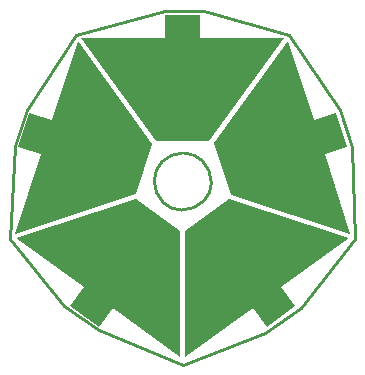
<source format=gtl>
%FSLAX25Y25*%
%MOIN*%
G70*
G01*
G75*
G04 Layer_Physical_Order=1*
G04 Layer_Color=255*
%ADD10C,0.01000*%
G36*
X449890Y278665D02*
X427371Y262304D01*
X431999Y255934D01*
X422444Y248991D01*
X417816Y255362D01*
X395211Y238939D01*
X395291Y280872D01*
X410063Y291604D01*
X449890Y278665D01*
D02*
G37*
G36*
X393702Y280923D02*
X393703Y239001D01*
X371184Y255362D01*
X366556Y248991D01*
X357001Y255934D01*
X361629Y262304D01*
X339025Y278727D01*
X378974Y291623D01*
X393702Y280923D01*
D02*
G37*
G36*
X438131Y317886D02*
X445620Y320319D01*
X449269Y309086D01*
X441781Y306653D01*
X450415Y280080D01*
X410588Y293105D01*
X404935Y310504D01*
X429530Y344358D01*
X438131Y317886D01*
D02*
G37*
G36*
X384347Y310127D02*
X378866Y293260D01*
X338618Y280181D01*
X347219Y306653D01*
X339731Y309086D01*
X343380Y320319D01*
X350869Y317886D01*
X359503Y344459D01*
X384347Y310127D01*
D02*
G37*
G36*
X400406Y345295D02*
X428346D01*
X403299Y310959D01*
X385708D01*
X360760Y345295D01*
X388595D01*
Y353169D01*
X400406D01*
Y345295D01*
D02*
G37*
D10*
X401000Y304500D02*
G03*
X394965Y307000I-6036J-6036D01*
G01*
X404000Y297257D02*
G03*
X401000Y304500I-10243J0D01*
G01*
X401642Y291142D02*
G03*
X404000Y296834I-5692J5692D01*
G01*
X394056Y288000D02*
G03*
X401642Y291142I0J10728D01*
G01*
X387985Y290515D02*
G03*
X394056Y288000I6071J6071D01*
G01*
X385000Y297722D02*
G03*
X387985Y290515I10192J0D01*
G01*
X387672Y304172D02*
G03*
X385000Y297722I6450J-6450D01*
G01*
X394500Y307000D02*
G03*
X387672Y304172I0J-9657D01*
G01*
X337000Y278500D02*
X338500Y309500D01*
X337000Y278500D02*
X355000Y256000D01*
X342500Y321500D02*
X359000Y346500D01*
X338500Y309500D02*
X342500Y321500D01*
X388500Y354500D02*
X401500Y354500D01*
X359000Y346500D02*
X388500Y354500D01*
X355000Y256000D02*
X366500Y248000D01*
X394500Y236500D01*
X422000Y247000D01*
X434000Y255500D01*
X452000Y278500D01*
X451000Y309000D02*
X452000Y278500D01*
X447000Y321500D02*
X451000Y309000D01*
X430000Y346500D02*
X447000Y321500D01*
X401500Y354500D02*
X430000Y346500D01*
M02*

</source>
